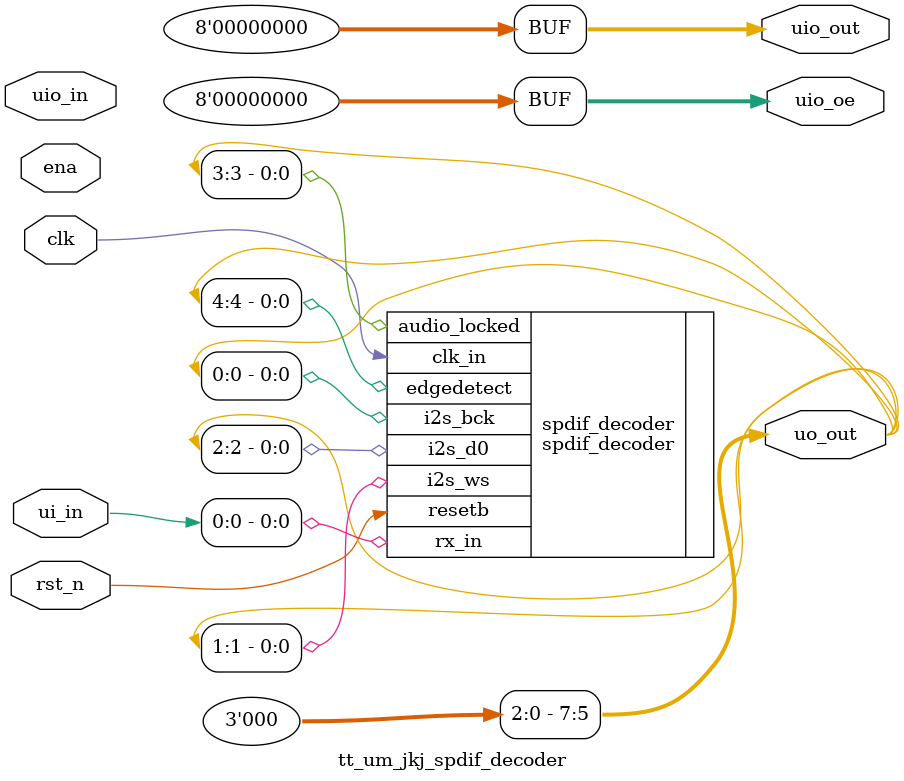
<source format=v>
`default_nettype none

module tt_um_jkj_spdif_decoder #( parameter MAX_COUNT = 24'd10_000_000 ) (
    input  wire [7:0] ui_in,    // Dedicated inputs - connected to the input switches
    output wire [7:0] uo_out,   // Dedicated outputs - connected to the 7 segment display
    input  wire [7:0] uio_in,   // IOs: Bidirectional Input path
    output wire [7:0] uio_out,  // IOs: Bidirectional Output path
    output wire [7:0] uio_oe,   // IOs: Bidirectional Enable path (active high: 0=input, 1=output)
    input  wire       ena,      // will go high when the design is enabled
    input  wire       clk,      // clock
    input  wire       rst_n     // reset_n - low to reset
);

assign uo_out[7:5]  = 3'b000;
assign uio_out[7:0] = 8'b0000_0000;
assign uio_oe[7:0]  = 8'b0000_0000;

spdif_decoder spdif_decoder(
    .clk_in(clk),
    .resetb(rst_n),
    .rx_in(ui_in[0]),
    .i2s_bck(uo_out[0]),
    .i2s_ws(uo_out[1]),
    .i2s_d0(uo_out[2]),
    .audio_locked(uo_out[3]),
    .edgedetect(uo_out[4]));

endmodule

</source>
